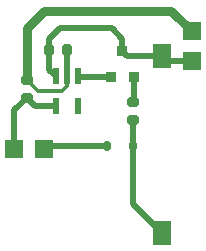
<source format=gtl>
G04 Layer_Physical_Order=1*
G04 Layer_Color=255*
%FSLAX25Y25*%
%MOIN*%
G70*
G01*
G75*
G04:AMPARAMS|DCode=10|XSize=39.37mil|YSize=31.5mil|CornerRadius=7.87mil|HoleSize=0mil|Usage=FLASHONLY|Rotation=90.000|XOffset=0mil|YOffset=0mil|HoleType=Round|Shape=RoundedRectangle|*
%AMROUNDEDRECTD10*
21,1,0.03937,0.01575,0,0,90.0*
21,1,0.02362,0.03150,0,0,90.0*
1,1,0.01575,0.00787,0.01181*
1,1,0.01575,0.00787,-0.01181*
1,1,0.01575,-0.00787,-0.01181*
1,1,0.01575,-0.00787,0.01181*
%
%ADD10ROUNDEDRECTD10*%
G04:AMPARAMS|DCode=11|XSize=39.37mil|YSize=31.5mil|CornerRadius=7.87mil|HoleSize=0mil|Usage=FLASHONLY|Rotation=180.000|XOffset=0mil|YOffset=0mil|HoleType=Round|Shape=RoundedRectangle|*
%AMROUNDEDRECTD11*
21,1,0.03937,0.01575,0,0,180.0*
21,1,0.02362,0.03150,0,0,180.0*
1,1,0.01575,-0.01181,0.00787*
1,1,0.01575,0.01181,0.00787*
1,1,0.01575,0.01181,-0.00787*
1,1,0.01575,-0.01181,-0.00787*
%
%ADD11ROUNDEDRECTD11*%
G04:AMPARAMS|DCode=12|XSize=35.43mil|YSize=35.43mil|CornerRadius=8.86mil|HoleSize=0mil|Usage=FLASHONLY|Rotation=180.000|XOffset=0mil|YOffset=0mil|HoleType=Round|Shape=RoundedRectangle|*
%AMROUNDEDRECTD12*
21,1,0.03543,0.01772,0,0,180.0*
21,1,0.01772,0.03543,0,0,180.0*
1,1,0.01772,-0.00886,0.00886*
1,1,0.01772,0.00886,0.00886*
1,1,0.01772,0.00886,-0.00886*
1,1,0.01772,-0.00886,-0.00886*
%
%ADD12ROUNDEDRECTD12*%
%ADD13R,0.05905X0.07874*%
%ADD14R,0.06299X0.06299*%
%ADD15R,0.06299X0.06299*%
G04:AMPARAMS|DCode=16|XSize=24.8mil|YSize=32.68mil|CornerRadius=6.2mil|HoleSize=0mil|Usage=FLASHONLY|Rotation=0.000|XOffset=0mil|YOffset=0mil|HoleType=Round|Shape=RoundedRectangle|*
%AMROUNDEDRECTD16*
21,1,0.02480,0.02028,0,0,0.0*
21,1,0.01240,0.03268,0,0,0.0*
1,1,0.01240,0.00620,-0.01014*
1,1,0.01240,-0.00620,-0.01014*
1,1,0.01240,-0.00620,0.01014*
1,1,0.01240,0.00620,0.01014*
%
%ADD16ROUNDEDRECTD16*%
%ADD17R,0.02362X0.05512*%
%ADD18C,0.01968*%
%ADD19C,0.02953*%
%ADD20C,0.01181*%
D10*
X567618Y220276D02*
D03*
X573721D02*
D03*
D11*
X560236Y204134D02*
D03*
Y210236D02*
D03*
X595768Y202756D02*
D03*
Y196653D02*
D03*
D12*
X595866Y211122D02*
D03*
X588386D02*
D03*
X592126Y219783D02*
D03*
D13*
X605413Y218110D02*
D03*
Y159055D02*
D03*
D14*
X556102Y187008D02*
D03*
D15*
X565945D02*
D03*
X615158Y216535D02*
D03*
Y226378D02*
D03*
D16*
X595709Y188287D02*
D03*
X586969D02*
D03*
D17*
X569882Y211319D02*
D03*
X573622D02*
D03*
X577362D02*
D03*
Y201476D02*
D03*
X569882D02*
D03*
D18*
X588484Y227461D02*
X571260D01*
X592126Y223819D02*
X588484Y227461D01*
X592126Y219783D02*
Y223819D01*
X606988Y216535D02*
X605413Y218110D01*
X615158Y216535D02*
X606988D01*
X567224Y188287D02*
X565945Y187008D01*
X586969Y188287D02*
X567224D01*
X556102Y187008D02*
Y200000D01*
X560236Y204134D02*
X556102Y200000D01*
X605413Y159055D02*
X595709Y168760D01*
X593799Y218110D02*
X592126Y219783D01*
X605413Y218110D02*
X593799D01*
X595709Y168760D02*
Y188287D01*
X562894Y201476D02*
X560236Y204134D01*
X569882Y201476D02*
X562894D01*
X595768Y196653D02*
X595709Y196595D01*
Y188287D02*
Y196595D01*
X595866Y202854D02*
X595768Y202756D01*
X595866Y202854D02*
Y211122D01*
X577559D02*
X577362Y211319D01*
X588386Y211122D02*
X577559D01*
X567618Y213583D02*
Y220276D01*
X569882Y211319D02*
X567618Y213583D01*
X573721Y220276D02*
X573622Y220177D01*
Y211319D02*
Y220177D01*
X571260Y227461D02*
X567618Y223819D01*
Y220276D02*
Y223819D01*
D19*
X560236Y210236D02*
Y227559D01*
X565945Y233268D02*
X560236Y227559D01*
X608268Y233268D02*
X565945D01*
X615158Y226378D02*
X608268Y233268D01*
D20*
X563878Y206594D02*
X560236Y210236D01*
X572047Y206594D02*
X563878D01*
X573622Y208169D02*
X572047Y206594D01*
X573622Y208169D02*
Y211319D01*
M02*

</source>
